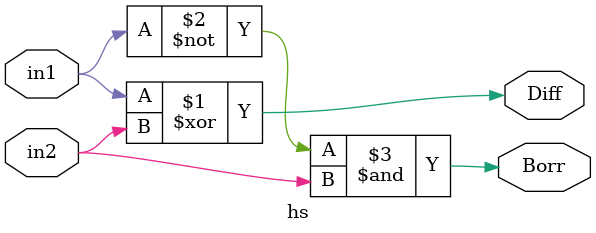
<source format=v>
`timescale 1ns / 1ps

// Author : Venu Pabbuleti 
// ID     : N180116
//Branch  : ECE
//Project : RTL design using Verilog
//Design  : Full substractor using Half subtractor
//Module  : Half subtractor Module
//RGUKT NUZVID 
//////////////////////////////////////////////////////////////////////////////////


module hs(in1,in2,Diff,Borr);
input in1,in2;
output Diff,Borr;
assign Diff=in1^in2;
assign Borr=((~in1)&in2);
endmodule

</source>
